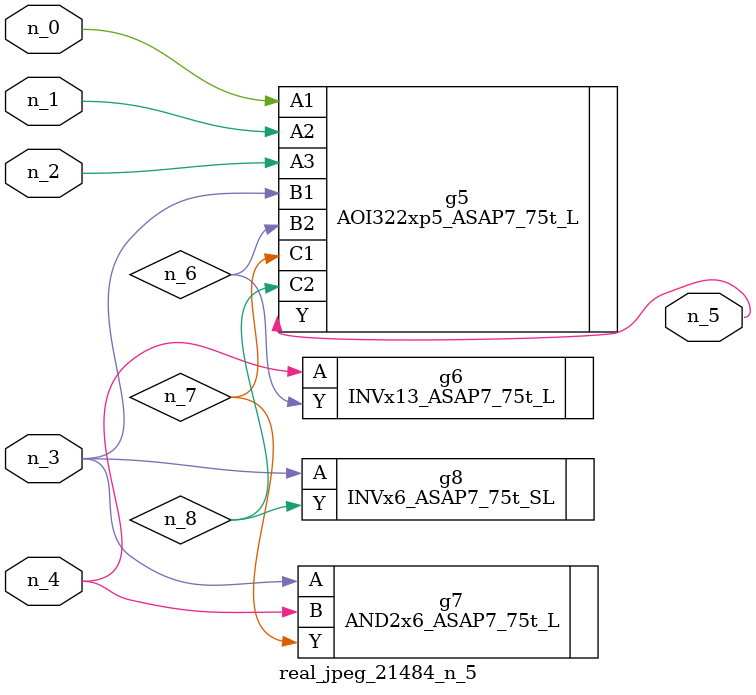
<source format=v>
module real_jpeg_21484_n_5 (n_4, n_0, n_1, n_2, n_3, n_5);

input n_4;
input n_0;
input n_1;
input n_2;
input n_3;

output n_5;

wire n_8;
wire n_6;
wire n_7;

AOI322xp5_ASAP7_75t_L g5 ( 
.A1(n_0),
.A2(n_1),
.A3(n_2),
.B1(n_3),
.B2(n_6),
.C1(n_7),
.C2(n_8),
.Y(n_5)
);

AND2x6_ASAP7_75t_L g7 ( 
.A(n_3),
.B(n_4),
.Y(n_7)
);

INVx6_ASAP7_75t_SL g8 ( 
.A(n_3),
.Y(n_8)
);

INVx13_ASAP7_75t_L g6 ( 
.A(n_4),
.Y(n_6)
);


endmodule
</source>
